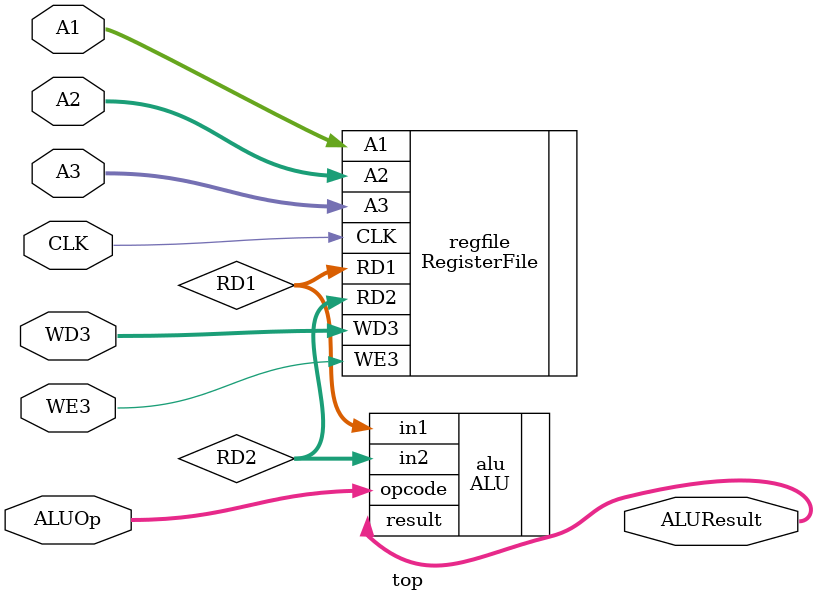
<source format=v>
module top(
    input CLK,
    input WE3,
    input [4:0] A1, A2, A3,
    input [31:0] WD3,
    input [1:0] ALUOp,
    output [31:0] ALUResult
);
    wire [31:0] RD1, RD2;

    RegisterFile regfile (
        .CLK(CLK),
        .WE3(WE3),
        .A1(A1),
        .A2(A2),
        .A3(A3),
        .WD3(WD3),
        .RD1(RD1),
        .RD2(RD2)
    );

    ALU alu (
        .in1(RD1),
        .in2(RD2),
        .opcode(ALUOp),
        .result(ALUResult)
    );
endmodule


</source>
